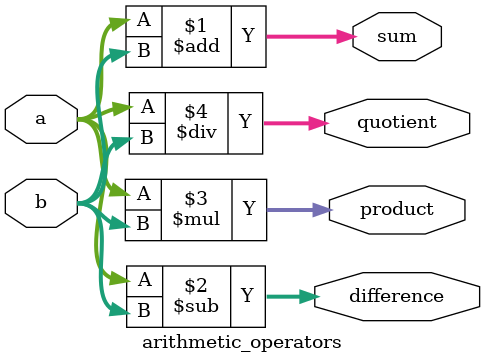
<source format=v>
module arithmetic_operators(
    input wire [7:0] a,
    input wire [7:0] b,
    output reg [15:0] sum,
    output reg [15:0] difference,
    output reg [15:0] product,
    output reg [15:0] quotient
);

    assign sum = a + b;
    assign difference = a - b;
    assign product = a * b;
    assign quotient = a / b;

endmodule

</source>
